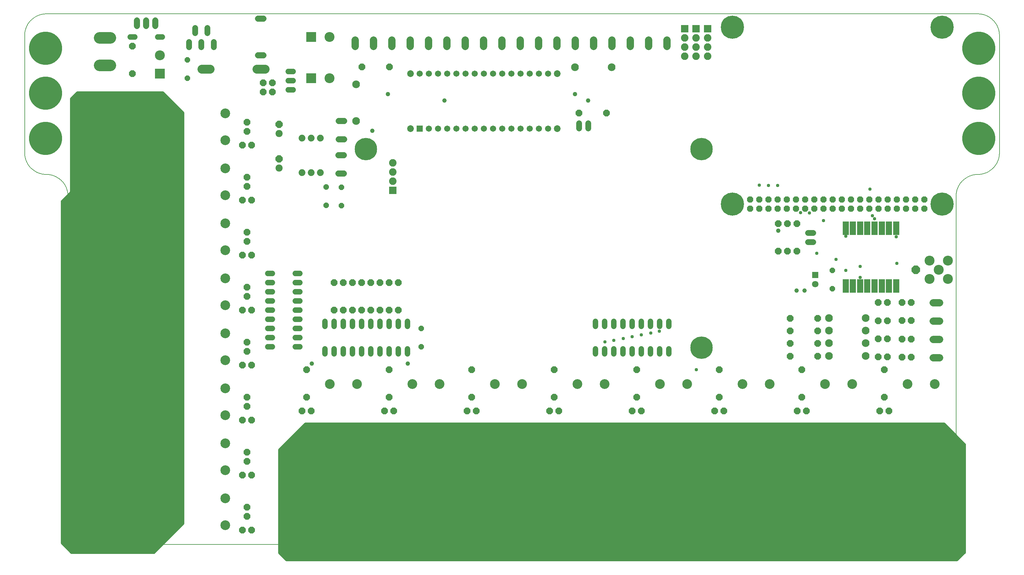
<source format=gbs>
G75*
%MOIN*%
%OFA0B0*%
%FSLAX25Y25*%
%IPPOS*%
%LPD*%
%AMOC8*
5,1,8,0,0,1.08239X$1,22.5*
%
%ADD10C,0.00600*%
%ADD11C,0.03200*%
%ADD12OC8,0.06000*%
%ADD13OC8,0.07800*%
%ADD14C,0.07800*%
%ADD15C,0.10800*%
%ADD16R,0.10800X0.10800*%
%ADD17R,0.07100X0.07100*%
%ADD18C,0.07100*%
%ADD19C,0.09650*%
%ADD20C,0.08400*%
%ADD21C,0.06000*%
%ADD22C,0.07400*%
%ADD23C,0.06800*%
%ADD24C,0.13398*%
%ADD25C,0.12611*%
%ADD26C,0.06343*%
%ADD27R,0.08200X0.08200*%
%ADD28C,0.08200*%
%ADD29C,0.06400*%
%ADD30OC8,0.07400*%
%ADD31OC8,0.09300*%
%ADD32R,0.06737X0.06737*%
%ADD33C,0.06737*%
%ADD34C,0.00000*%
%ADD35C,0.07300*%
%ADD36C,0.25209*%
%ADD37OC8,0.06800*%
%ADD38R,0.06706X0.14973*%
%ADD39C,0.10643*%
%ADD40C,0.07850*%
%ADD41C,0.03778*%
%ADD42C,0.04762*%
%ADD43C,0.36233*%
%ADD44C,0.24422*%
D10*
X0094504Y0039386D02*
X0094504Y0407496D01*
X0094497Y0408067D01*
X0094476Y0408637D01*
X0094442Y0409207D01*
X0094394Y0409776D01*
X0094332Y0410343D01*
X0094256Y0410909D01*
X0094167Y0411473D01*
X0094064Y0412034D01*
X0093947Y0412593D01*
X0093818Y0413149D01*
X0093674Y0413702D01*
X0093518Y0414251D01*
X0093348Y0414796D01*
X0093165Y0415336D01*
X0092969Y0415872D01*
X0092760Y0416404D01*
X0092538Y0416930D01*
X0092304Y0417450D01*
X0092057Y0417965D01*
X0091798Y0418474D01*
X0091527Y0418976D01*
X0091243Y0419471D01*
X0090948Y0419960D01*
X0090641Y0420441D01*
X0090323Y0420915D01*
X0089993Y0421381D01*
X0089652Y0421838D01*
X0089299Y0422288D01*
X0088937Y0422728D01*
X0088563Y0423160D01*
X0088180Y0423583D01*
X0087786Y0423996D01*
X0087382Y0424400D01*
X0086969Y0424794D01*
X0086546Y0425177D01*
X0086114Y0425551D01*
X0085674Y0425913D01*
X0085224Y0426266D01*
X0084767Y0426607D01*
X0084301Y0426937D01*
X0083827Y0427255D01*
X0083346Y0427562D01*
X0082857Y0427857D01*
X0082362Y0428141D01*
X0081860Y0428412D01*
X0081351Y0428671D01*
X0080836Y0428918D01*
X0080316Y0429152D01*
X0079790Y0429374D01*
X0079258Y0429583D01*
X0078722Y0429779D01*
X0078182Y0429962D01*
X0077637Y0430132D01*
X0077088Y0430288D01*
X0076535Y0430432D01*
X0075979Y0430561D01*
X0075420Y0430678D01*
X0074859Y0430781D01*
X0074295Y0430870D01*
X0073729Y0430946D01*
X0073162Y0431008D01*
X0072593Y0431056D01*
X0072023Y0431090D01*
X0071453Y0431111D01*
X0070882Y0431118D01*
X0070311Y0431125D01*
X0069741Y0431146D01*
X0069171Y0431180D01*
X0068602Y0431228D01*
X0068035Y0431290D01*
X0067469Y0431366D01*
X0066905Y0431455D01*
X0066344Y0431558D01*
X0065785Y0431675D01*
X0065229Y0431804D01*
X0064676Y0431948D01*
X0064127Y0432104D01*
X0063582Y0432274D01*
X0063042Y0432457D01*
X0062506Y0432653D01*
X0061974Y0432862D01*
X0061448Y0433084D01*
X0060928Y0433318D01*
X0060413Y0433565D01*
X0059904Y0433824D01*
X0059402Y0434095D01*
X0058907Y0434379D01*
X0058418Y0434674D01*
X0057937Y0434981D01*
X0057463Y0435299D01*
X0056997Y0435629D01*
X0056540Y0435970D01*
X0056090Y0436323D01*
X0055650Y0436685D01*
X0055218Y0437059D01*
X0054795Y0437442D01*
X0054382Y0437836D01*
X0053978Y0438240D01*
X0053584Y0438653D01*
X0053201Y0439076D01*
X0052827Y0439508D01*
X0052465Y0439948D01*
X0052112Y0440398D01*
X0051771Y0440855D01*
X0051441Y0441321D01*
X0051123Y0441795D01*
X0050816Y0442276D01*
X0050521Y0442765D01*
X0050237Y0443260D01*
X0049966Y0443762D01*
X0049707Y0444271D01*
X0049460Y0444786D01*
X0049226Y0445306D01*
X0049004Y0445832D01*
X0048795Y0446364D01*
X0048599Y0446900D01*
X0048416Y0447440D01*
X0048246Y0447985D01*
X0048090Y0448534D01*
X0047946Y0449087D01*
X0047817Y0449643D01*
X0047700Y0450202D01*
X0047597Y0450763D01*
X0047508Y0451327D01*
X0047432Y0451893D01*
X0047370Y0452460D01*
X0047322Y0453029D01*
X0047288Y0453599D01*
X0047267Y0454169D01*
X0047260Y0454740D01*
X0047260Y0582693D01*
X0047267Y0583264D01*
X0047288Y0583834D01*
X0047322Y0584404D01*
X0047370Y0584973D01*
X0047432Y0585540D01*
X0047508Y0586106D01*
X0047597Y0586670D01*
X0047700Y0587231D01*
X0047817Y0587790D01*
X0047946Y0588346D01*
X0048090Y0588899D01*
X0048246Y0589448D01*
X0048416Y0589993D01*
X0048599Y0590533D01*
X0048795Y0591069D01*
X0049004Y0591601D01*
X0049226Y0592127D01*
X0049460Y0592647D01*
X0049707Y0593162D01*
X0049966Y0593671D01*
X0050237Y0594173D01*
X0050521Y0594668D01*
X0050816Y0595157D01*
X0051123Y0595638D01*
X0051441Y0596112D01*
X0051771Y0596578D01*
X0052112Y0597035D01*
X0052465Y0597485D01*
X0052827Y0597925D01*
X0053201Y0598357D01*
X0053584Y0598780D01*
X0053978Y0599193D01*
X0054382Y0599597D01*
X0054795Y0599991D01*
X0055218Y0600374D01*
X0055650Y0600748D01*
X0056090Y0601110D01*
X0056540Y0601463D01*
X0056997Y0601804D01*
X0057463Y0602134D01*
X0057937Y0602452D01*
X0058418Y0602759D01*
X0058907Y0603054D01*
X0059402Y0603338D01*
X0059904Y0603609D01*
X0060413Y0603868D01*
X0060928Y0604115D01*
X0061448Y0604349D01*
X0061974Y0604571D01*
X0062506Y0604780D01*
X0063042Y0604976D01*
X0063582Y0605159D01*
X0064127Y0605329D01*
X0064676Y0605485D01*
X0065229Y0605629D01*
X0065785Y0605758D01*
X0066344Y0605875D01*
X0066905Y0605978D01*
X0067469Y0606067D01*
X0068035Y0606143D01*
X0068602Y0606205D01*
X0069171Y0606253D01*
X0069741Y0606287D01*
X0070311Y0606308D01*
X0070882Y0606315D01*
X1086630Y0606315D01*
X1087201Y0606308D01*
X1087771Y0606287D01*
X1088341Y0606253D01*
X1088910Y0606205D01*
X1089477Y0606143D01*
X1090043Y0606067D01*
X1090607Y0605978D01*
X1091168Y0605875D01*
X1091727Y0605758D01*
X1092283Y0605629D01*
X1092836Y0605485D01*
X1093385Y0605329D01*
X1093930Y0605159D01*
X1094470Y0604976D01*
X1095006Y0604780D01*
X1095538Y0604571D01*
X1096064Y0604349D01*
X1096584Y0604115D01*
X1097099Y0603868D01*
X1097608Y0603609D01*
X1098110Y0603338D01*
X1098605Y0603054D01*
X1099094Y0602759D01*
X1099575Y0602452D01*
X1100049Y0602134D01*
X1100515Y0601804D01*
X1100972Y0601463D01*
X1101422Y0601110D01*
X1101862Y0600748D01*
X1102294Y0600374D01*
X1102717Y0599991D01*
X1103130Y0599597D01*
X1103534Y0599193D01*
X1103928Y0598780D01*
X1104311Y0598357D01*
X1104685Y0597925D01*
X1105047Y0597485D01*
X1105400Y0597035D01*
X1105741Y0596578D01*
X1106071Y0596112D01*
X1106389Y0595638D01*
X1106696Y0595157D01*
X1106991Y0594668D01*
X1107275Y0594173D01*
X1107546Y0593671D01*
X1107805Y0593162D01*
X1108052Y0592647D01*
X1108286Y0592127D01*
X1108508Y0591601D01*
X1108717Y0591069D01*
X1108913Y0590533D01*
X1109096Y0589993D01*
X1109266Y0589448D01*
X1109422Y0588899D01*
X1109566Y0588346D01*
X1109695Y0587790D01*
X1109812Y0587231D01*
X1109915Y0586670D01*
X1110004Y0586106D01*
X1110080Y0585540D01*
X1110142Y0584973D01*
X1110190Y0584404D01*
X1110224Y0583834D01*
X1110245Y0583264D01*
X1110252Y0582693D01*
X1110252Y0454740D01*
X1110245Y0454169D01*
X1110224Y0453599D01*
X1110190Y0453029D01*
X1110142Y0452460D01*
X1110080Y0451893D01*
X1110004Y0451327D01*
X1109915Y0450763D01*
X1109812Y0450202D01*
X1109695Y0449643D01*
X1109566Y0449087D01*
X1109422Y0448534D01*
X1109266Y0447985D01*
X1109096Y0447440D01*
X1108913Y0446900D01*
X1108717Y0446364D01*
X1108508Y0445832D01*
X1108286Y0445306D01*
X1108052Y0444786D01*
X1107805Y0444271D01*
X1107546Y0443762D01*
X1107275Y0443260D01*
X1106991Y0442765D01*
X1106696Y0442276D01*
X1106389Y0441795D01*
X1106071Y0441321D01*
X1105741Y0440855D01*
X1105400Y0440398D01*
X1105047Y0439948D01*
X1104685Y0439508D01*
X1104311Y0439076D01*
X1103928Y0438653D01*
X1103534Y0438240D01*
X1103130Y0437836D01*
X1102717Y0437442D01*
X1102294Y0437059D01*
X1101862Y0436685D01*
X1101422Y0436323D01*
X1100972Y0435970D01*
X1100515Y0435629D01*
X1100049Y0435299D01*
X1099575Y0434981D01*
X1099094Y0434674D01*
X1098605Y0434379D01*
X1098110Y0434095D01*
X1097608Y0433824D01*
X1097099Y0433565D01*
X1096584Y0433318D01*
X1096064Y0433084D01*
X1095538Y0432862D01*
X1095006Y0432653D01*
X1094470Y0432457D01*
X1093930Y0432274D01*
X1093385Y0432104D01*
X1092836Y0431948D01*
X1092283Y0431804D01*
X1091727Y0431675D01*
X1091168Y0431558D01*
X1090607Y0431455D01*
X1090043Y0431366D01*
X1089477Y0431290D01*
X1088910Y0431228D01*
X1088341Y0431180D01*
X1087771Y0431146D01*
X1087201Y0431125D01*
X1086630Y0431118D01*
X1086059Y0431111D01*
X1085489Y0431090D01*
X1084919Y0431056D01*
X1084350Y0431008D01*
X1083783Y0430946D01*
X1083217Y0430870D01*
X1082653Y0430781D01*
X1082092Y0430678D01*
X1081533Y0430561D01*
X1080977Y0430432D01*
X1080424Y0430288D01*
X1079875Y0430132D01*
X1079330Y0429962D01*
X1078790Y0429779D01*
X1078254Y0429583D01*
X1077722Y0429374D01*
X1077196Y0429152D01*
X1076676Y0428918D01*
X1076161Y0428671D01*
X1075652Y0428412D01*
X1075150Y0428141D01*
X1074655Y0427857D01*
X1074166Y0427562D01*
X1073685Y0427255D01*
X1073211Y0426937D01*
X1072745Y0426607D01*
X1072288Y0426266D01*
X1071838Y0425913D01*
X1071398Y0425551D01*
X1070966Y0425177D01*
X1070543Y0424794D01*
X1070130Y0424400D01*
X1069726Y0423996D01*
X1069332Y0423583D01*
X1068949Y0423160D01*
X1068575Y0422728D01*
X1068213Y0422288D01*
X1067860Y0421838D01*
X1067519Y0421381D01*
X1067189Y0420915D01*
X1066871Y0420441D01*
X1066564Y0419960D01*
X1066269Y0419471D01*
X1065985Y0418976D01*
X1065714Y0418474D01*
X1065455Y0417965D01*
X1065208Y0417450D01*
X1064974Y0416930D01*
X1064752Y0416404D01*
X1064543Y0415872D01*
X1064347Y0415336D01*
X1064164Y0414796D01*
X1063994Y0414251D01*
X1063838Y0413702D01*
X1063694Y0413149D01*
X1063565Y0412593D01*
X1063448Y0412034D01*
X1063345Y0411473D01*
X1063256Y0410909D01*
X1063180Y0410343D01*
X1063118Y0409776D01*
X1063070Y0409207D01*
X1063036Y0408637D01*
X1063015Y0408067D01*
X1063008Y0407496D01*
X1063008Y0039386D01*
X1063005Y0039101D01*
X1062994Y0038815D01*
X1062977Y0038530D01*
X1062953Y0038246D01*
X1062922Y0037962D01*
X1062884Y0037679D01*
X1062839Y0037398D01*
X1062788Y0037117D01*
X1062730Y0036837D01*
X1062665Y0036559D01*
X1062593Y0036283D01*
X1062515Y0036009D01*
X1062430Y0035736D01*
X1062338Y0035466D01*
X1062240Y0035198D01*
X1062136Y0034932D01*
X1062025Y0034669D01*
X1061908Y0034409D01*
X1061785Y0034151D01*
X1061655Y0033897D01*
X1061519Y0033646D01*
X1061378Y0033398D01*
X1061230Y0033154D01*
X1061077Y0032913D01*
X1060917Y0032677D01*
X1060752Y0032444D01*
X1060582Y0032215D01*
X1060406Y0031990D01*
X1060224Y0031770D01*
X1060038Y0031554D01*
X1059846Y0031343D01*
X1059649Y0031136D01*
X1059447Y0030934D01*
X1059240Y0030737D01*
X1059029Y0030545D01*
X1058813Y0030359D01*
X1058593Y0030177D01*
X1058368Y0030001D01*
X1058139Y0029831D01*
X1057906Y0029666D01*
X1057670Y0029506D01*
X1057429Y0029353D01*
X1057185Y0029205D01*
X1056937Y0029064D01*
X1056686Y0028928D01*
X1056432Y0028798D01*
X1056174Y0028675D01*
X1055914Y0028558D01*
X1055651Y0028447D01*
X1055385Y0028343D01*
X1055117Y0028245D01*
X1054847Y0028153D01*
X1054574Y0028068D01*
X1054300Y0027990D01*
X1054024Y0027918D01*
X1053746Y0027853D01*
X1053466Y0027795D01*
X1053185Y0027744D01*
X1052904Y0027699D01*
X1052621Y0027661D01*
X1052337Y0027630D01*
X1052053Y0027606D01*
X1051768Y0027589D01*
X1051482Y0027578D01*
X1051197Y0027575D01*
X0106315Y0027575D01*
X0106030Y0027578D01*
X0105744Y0027589D01*
X0105459Y0027606D01*
X0105175Y0027630D01*
X0104891Y0027661D01*
X0104608Y0027699D01*
X0104327Y0027744D01*
X0104046Y0027795D01*
X0103766Y0027853D01*
X0103488Y0027918D01*
X0103212Y0027990D01*
X0102938Y0028068D01*
X0102665Y0028153D01*
X0102395Y0028245D01*
X0102127Y0028343D01*
X0101861Y0028447D01*
X0101598Y0028558D01*
X0101338Y0028675D01*
X0101080Y0028798D01*
X0100826Y0028928D01*
X0100575Y0029064D01*
X0100327Y0029205D01*
X0100083Y0029353D01*
X0099842Y0029506D01*
X0099606Y0029666D01*
X0099373Y0029831D01*
X0099144Y0030001D01*
X0098919Y0030177D01*
X0098699Y0030359D01*
X0098483Y0030545D01*
X0098272Y0030737D01*
X0098065Y0030934D01*
X0097863Y0031136D01*
X0097666Y0031343D01*
X0097474Y0031554D01*
X0097288Y0031770D01*
X0097106Y0031990D01*
X0096930Y0032215D01*
X0096760Y0032444D01*
X0096595Y0032677D01*
X0096435Y0032913D01*
X0096282Y0033154D01*
X0096134Y0033398D01*
X0095993Y0033646D01*
X0095857Y0033897D01*
X0095727Y0034151D01*
X0095604Y0034409D01*
X0095487Y0034669D01*
X0095376Y0034932D01*
X0095272Y0035198D01*
X0095174Y0035466D01*
X0095082Y0035736D01*
X0094997Y0036009D01*
X0094919Y0036283D01*
X0094847Y0036559D01*
X0094782Y0036837D01*
X0094724Y0037117D01*
X0094673Y0037398D01*
X0094628Y0037679D01*
X0094590Y0037962D01*
X0094559Y0038246D01*
X0094535Y0038530D01*
X0094518Y0038815D01*
X0094507Y0039101D01*
X0094504Y0039386D01*
D11*
X0088205Y0029150D02*
X0098441Y0018913D01*
X0188205Y0018913D01*
X0190567Y0021276D01*
X0219701Y0050409D01*
X0219701Y0498047D01*
X0202772Y0514976D01*
X0197654Y0520094D01*
X0105134Y0520094D01*
X0098441Y0513402D01*
X0098441Y0411827D01*
X0088205Y0401591D01*
X0088205Y0029150D01*
X0088205Y0030773D02*
X0200065Y0030773D01*
X0203263Y0033972D02*
X0088205Y0033972D01*
X0088205Y0037170D02*
X0206462Y0037170D01*
X0209660Y0040369D02*
X0088205Y0040369D01*
X0088205Y0043567D02*
X0212859Y0043567D01*
X0216057Y0046766D02*
X0088205Y0046766D01*
X0088205Y0049964D02*
X0219256Y0049964D01*
X0219701Y0053163D02*
X0088205Y0053163D01*
X0088205Y0056361D02*
X0219701Y0056361D01*
X0219701Y0059560D02*
X0088205Y0059560D01*
X0088205Y0062758D02*
X0219701Y0062758D01*
X0219701Y0065957D02*
X0088205Y0065957D01*
X0088205Y0069155D02*
X0219701Y0069155D01*
X0219701Y0072354D02*
X0088205Y0072354D01*
X0088205Y0075552D02*
X0219701Y0075552D01*
X0219701Y0078751D02*
X0088205Y0078751D01*
X0088205Y0081949D02*
X0219701Y0081949D01*
X0219701Y0085148D02*
X0088205Y0085148D01*
X0088205Y0088347D02*
X0219701Y0088347D01*
X0219701Y0091545D02*
X0088205Y0091545D01*
X0088205Y0094744D02*
X0219701Y0094744D01*
X0219701Y0097942D02*
X0088205Y0097942D01*
X0088205Y0101141D02*
X0219701Y0101141D01*
X0219701Y0104339D02*
X0088205Y0104339D01*
X0088205Y0107538D02*
X0219701Y0107538D01*
X0219701Y0110736D02*
X0088205Y0110736D01*
X0088205Y0113935D02*
X0219701Y0113935D01*
X0219701Y0117133D02*
X0088205Y0117133D01*
X0088205Y0120332D02*
X0219701Y0120332D01*
X0219701Y0123530D02*
X0088205Y0123530D01*
X0088205Y0126729D02*
X0219701Y0126729D01*
X0219701Y0129927D02*
X0088205Y0129927D01*
X0088205Y0133126D02*
X0219701Y0133126D01*
X0219701Y0136324D02*
X0088205Y0136324D01*
X0088205Y0139523D02*
X0219701Y0139523D01*
X0219701Y0142721D02*
X0088205Y0142721D01*
X0088205Y0145920D02*
X0219701Y0145920D01*
X0219701Y0149118D02*
X0088205Y0149118D01*
X0088205Y0152317D02*
X0219701Y0152317D01*
X0219701Y0155515D02*
X0088205Y0155515D01*
X0088205Y0158714D02*
X0219701Y0158714D01*
X0219701Y0161912D02*
X0088205Y0161912D01*
X0088205Y0165111D02*
X0219701Y0165111D01*
X0219701Y0168309D02*
X0088205Y0168309D01*
X0088205Y0171508D02*
X0219701Y0171508D01*
X0219701Y0174706D02*
X0088205Y0174706D01*
X0088205Y0177905D02*
X0219701Y0177905D01*
X0219701Y0181103D02*
X0088205Y0181103D01*
X0088205Y0184302D02*
X0219701Y0184302D01*
X0219701Y0187500D02*
X0088205Y0187500D01*
X0088205Y0190699D02*
X0219701Y0190699D01*
X0219701Y0193897D02*
X0088205Y0193897D01*
X0088205Y0197096D02*
X0219701Y0197096D01*
X0219701Y0200294D02*
X0088205Y0200294D01*
X0088205Y0203493D02*
X0219701Y0203493D01*
X0219701Y0206691D02*
X0088205Y0206691D01*
X0088205Y0209890D02*
X0219701Y0209890D01*
X0219701Y0213088D02*
X0088205Y0213088D01*
X0088205Y0216287D02*
X0219701Y0216287D01*
X0219701Y0219485D02*
X0088205Y0219485D01*
X0088205Y0222684D02*
X0219701Y0222684D01*
X0219701Y0225883D02*
X0088205Y0225883D01*
X0088205Y0229081D02*
X0219701Y0229081D01*
X0219701Y0232280D02*
X0088205Y0232280D01*
X0088205Y0235478D02*
X0219701Y0235478D01*
X0219701Y0238677D02*
X0088205Y0238677D01*
X0088205Y0241875D02*
X0219701Y0241875D01*
X0219701Y0245074D02*
X0088205Y0245074D01*
X0088205Y0248272D02*
X0219701Y0248272D01*
X0219701Y0251471D02*
X0088205Y0251471D01*
X0088205Y0254669D02*
X0219701Y0254669D01*
X0219701Y0257868D02*
X0088205Y0257868D01*
X0088205Y0261066D02*
X0219701Y0261066D01*
X0219701Y0264265D02*
X0088205Y0264265D01*
X0088205Y0267463D02*
X0219701Y0267463D01*
X0219701Y0270662D02*
X0088205Y0270662D01*
X0088205Y0273860D02*
X0219701Y0273860D01*
X0219701Y0277059D02*
X0088205Y0277059D01*
X0088205Y0280257D02*
X0219701Y0280257D01*
X0219701Y0283456D02*
X0088205Y0283456D01*
X0088205Y0286654D02*
X0219701Y0286654D01*
X0219701Y0289853D02*
X0088205Y0289853D01*
X0088205Y0293051D02*
X0219701Y0293051D01*
X0219701Y0296250D02*
X0088205Y0296250D01*
X0088205Y0299448D02*
X0219701Y0299448D01*
X0219701Y0302647D02*
X0088205Y0302647D01*
X0088205Y0305845D02*
X0219701Y0305845D01*
X0219701Y0309044D02*
X0088205Y0309044D01*
X0088205Y0312242D02*
X0219701Y0312242D01*
X0219701Y0315441D02*
X0088205Y0315441D01*
X0088205Y0318639D02*
X0219701Y0318639D01*
X0219701Y0321838D02*
X0088205Y0321838D01*
X0088205Y0325036D02*
X0219701Y0325036D01*
X0219701Y0328235D02*
X0088205Y0328235D01*
X0088205Y0331433D02*
X0219701Y0331433D01*
X0219701Y0334632D02*
X0088205Y0334632D01*
X0088205Y0337830D02*
X0219701Y0337830D01*
X0219701Y0341029D02*
X0088205Y0341029D01*
X0088205Y0344227D02*
X0219701Y0344227D01*
X0219701Y0347426D02*
X0088205Y0347426D01*
X0088205Y0350624D02*
X0219701Y0350624D01*
X0219701Y0353823D02*
X0088205Y0353823D01*
X0088205Y0357021D02*
X0219701Y0357021D01*
X0219701Y0360220D02*
X0088205Y0360220D01*
X0088205Y0363418D02*
X0219701Y0363418D01*
X0219701Y0366617D02*
X0088205Y0366617D01*
X0088205Y0369816D02*
X0219701Y0369816D01*
X0219701Y0373014D02*
X0088205Y0373014D01*
X0088205Y0376213D02*
X0219701Y0376213D01*
X0219701Y0379411D02*
X0088205Y0379411D01*
X0088205Y0382610D02*
X0219701Y0382610D01*
X0219701Y0385808D02*
X0088205Y0385808D01*
X0088205Y0389007D02*
X0219701Y0389007D01*
X0219701Y0392205D02*
X0088205Y0392205D01*
X0088205Y0395404D02*
X0219701Y0395404D01*
X0219701Y0398602D02*
X0088205Y0398602D01*
X0088415Y0401801D02*
X0219701Y0401801D01*
X0219701Y0404999D02*
X0091613Y0404999D01*
X0094812Y0408198D02*
X0219701Y0408198D01*
X0219701Y0411396D02*
X0098010Y0411396D01*
X0098441Y0414595D02*
X0219701Y0414595D01*
X0219701Y0417793D02*
X0098441Y0417793D01*
X0098441Y0420992D02*
X0219701Y0420992D01*
X0219701Y0424190D02*
X0098441Y0424190D01*
X0098441Y0427389D02*
X0219701Y0427389D01*
X0219701Y0430587D02*
X0098441Y0430587D01*
X0098441Y0433786D02*
X0219701Y0433786D01*
X0219701Y0436984D02*
X0098441Y0436984D01*
X0098441Y0440183D02*
X0219701Y0440183D01*
X0219701Y0443381D02*
X0098441Y0443381D01*
X0098441Y0446580D02*
X0219701Y0446580D01*
X0219701Y0449778D02*
X0098441Y0449778D01*
X0098441Y0452977D02*
X0219701Y0452977D01*
X0219701Y0456175D02*
X0098441Y0456175D01*
X0098441Y0459374D02*
X0219701Y0459374D01*
X0219701Y0462572D02*
X0098441Y0462572D01*
X0098441Y0465771D02*
X0219701Y0465771D01*
X0219701Y0468969D02*
X0098441Y0468969D01*
X0098441Y0472168D02*
X0219701Y0472168D01*
X0219701Y0475366D02*
X0098441Y0475366D01*
X0098441Y0478565D02*
X0219701Y0478565D01*
X0219701Y0481763D02*
X0098441Y0481763D01*
X0098441Y0484962D02*
X0219701Y0484962D01*
X0219701Y0488160D02*
X0098441Y0488160D01*
X0098441Y0491359D02*
X0219701Y0491359D01*
X0219701Y0494557D02*
X0098441Y0494557D01*
X0098441Y0497756D02*
X0219701Y0497756D01*
X0216794Y0500954D02*
X0098441Y0500954D01*
X0098441Y0504153D02*
X0213595Y0504153D01*
X0210397Y0507352D02*
X0098441Y0507352D01*
X0098441Y0510550D02*
X0207198Y0510550D01*
X0204000Y0513749D02*
X0098788Y0513749D01*
X0101986Y0516947D02*
X0200801Y0516947D01*
X0353559Y0158677D02*
X1049622Y0158677D01*
X1062220Y0146079D01*
X1072063Y0136236D01*
X1072063Y0018913D01*
X1063795Y0010646D01*
X0333087Y0010646D01*
X0325213Y0018520D01*
X0325213Y0130331D01*
X0339386Y0144504D01*
X0353559Y0158677D01*
X0350397Y0155515D02*
X1052784Y0155515D01*
X1055982Y0152317D02*
X0347199Y0152317D01*
X0344000Y0149118D02*
X1059181Y0149118D01*
X1062379Y0145920D02*
X0340802Y0145920D01*
X0337603Y0142721D02*
X1065578Y0142721D01*
X1068777Y0139523D02*
X0334405Y0139523D01*
X0331206Y0136324D02*
X1071975Y0136324D01*
X1072063Y0133126D02*
X0328008Y0133126D01*
X0325213Y0129927D02*
X1072063Y0129927D01*
X1072063Y0126729D02*
X0325213Y0126729D01*
X0325213Y0123530D02*
X1072063Y0123530D01*
X1072063Y0120332D02*
X0325213Y0120332D01*
X0325213Y0117133D02*
X1072063Y0117133D01*
X1072063Y0113935D02*
X0325213Y0113935D01*
X0325213Y0110736D02*
X1072063Y0110736D01*
X1072063Y0107538D02*
X0325213Y0107538D01*
X0325213Y0104339D02*
X1072063Y0104339D01*
X1072063Y0101141D02*
X0325213Y0101141D01*
X0325213Y0097942D02*
X1072063Y0097942D01*
X1072063Y0094744D02*
X0325213Y0094744D01*
X0325213Y0091545D02*
X1072063Y0091545D01*
X1072063Y0088347D02*
X0325213Y0088347D01*
X0325213Y0085148D02*
X1072063Y0085148D01*
X1072063Y0081949D02*
X0325213Y0081949D01*
X0325213Y0078751D02*
X1072063Y0078751D01*
X1072063Y0075552D02*
X0325213Y0075552D01*
X0325213Y0072354D02*
X1072063Y0072354D01*
X1072063Y0069155D02*
X0325213Y0069155D01*
X0325213Y0065957D02*
X1072063Y0065957D01*
X1072063Y0062758D02*
X0325213Y0062758D01*
X0325213Y0059560D02*
X1072063Y0059560D01*
X1072063Y0056361D02*
X0325213Y0056361D01*
X0325213Y0053163D02*
X1072063Y0053163D01*
X1072063Y0049964D02*
X0325213Y0049964D01*
X0325213Y0046766D02*
X1072063Y0046766D01*
X1072063Y0043567D02*
X0325213Y0043567D01*
X0325213Y0040369D02*
X1072063Y0040369D01*
X1072063Y0037170D02*
X0325213Y0037170D01*
X0325213Y0033972D02*
X1072063Y0033972D01*
X1072063Y0030773D02*
X0325213Y0030773D01*
X0325213Y0027575D02*
X1072063Y0027575D01*
X1072063Y0024376D02*
X0325213Y0024376D01*
X0325213Y0021178D02*
X1072063Y0021178D01*
X1071129Y0017979D02*
X0325753Y0017979D01*
X0328952Y0014781D02*
X1067930Y0014781D01*
X1064732Y0011582D02*
X0332150Y0011582D01*
X0196866Y0027575D02*
X0089780Y0027575D01*
X0092978Y0024376D02*
X0193668Y0024376D01*
X0190469Y0021178D02*
X0096177Y0021178D01*
D12*
X0479819Y0243165D03*
X0479819Y0263165D03*
X0392635Y0397217D03*
X0376113Y0397537D03*
X0376113Y0417537D03*
X0392635Y0417217D03*
X0224819Y0536039D03*
X0224819Y0556039D03*
X0928087Y0326315D03*
X0928087Y0306315D03*
D13*
X0324819Y0448165D03*
X0324819Y0485665D03*
D14*
X0324819Y0475665D03*
X0324819Y0438165D03*
D15*
X0379819Y0536039D03*
X0379819Y0581039D03*
X0194819Y0561039D03*
X1034130Y0337102D03*
X1044130Y0327102D03*
X1054130Y0337102D03*
X1054130Y0317102D03*
X1034130Y0317102D03*
D16*
X0359819Y0536039D03*
X0359819Y0581039D03*
X0194819Y0541039D03*
D17*
X0909465Y0321315D03*
D18*
X0909465Y0311315D03*
D19*
X0309244Y0546039D02*
X0300394Y0546039D01*
X0249244Y0546039D02*
X0240394Y0546039D01*
D20*
X0408818Y0529486D03*
X0408818Y0489486D03*
X0647260Y0548165D03*
X0687260Y0548165D03*
X0924425Y0274543D03*
X0924425Y0260764D03*
X0924425Y0246984D03*
X0924425Y0233205D03*
X0964425Y0233205D03*
X0964425Y0246984D03*
X0964425Y0260764D03*
X0964425Y0274543D03*
D21*
X0749819Y0270765D02*
X0749819Y0265565D01*
X0739819Y0265565D02*
X0739819Y0270765D01*
X0729819Y0270765D02*
X0729819Y0265565D01*
X0719819Y0265565D02*
X0719819Y0270765D01*
X0709819Y0270765D02*
X0709819Y0265565D01*
X0699819Y0265565D02*
X0699819Y0270765D01*
X0689819Y0270765D02*
X0689819Y0265565D01*
X0679819Y0265565D02*
X0679819Y0270765D01*
X0669819Y0270765D02*
X0669819Y0265565D01*
X0669819Y0240765D02*
X0669819Y0235565D01*
X0679819Y0235565D02*
X0679819Y0240765D01*
X0689819Y0240765D02*
X0689819Y0235565D01*
X0699819Y0235565D02*
X0699819Y0240765D01*
X0709819Y0240765D02*
X0709819Y0235565D01*
X0719819Y0235565D02*
X0719819Y0240765D01*
X0729819Y0240765D02*
X0729819Y0235565D01*
X0739819Y0235565D02*
X0739819Y0240765D01*
X0749819Y0240765D02*
X0749819Y0235565D01*
X0464819Y0235565D02*
X0464819Y0240765D01*
X0454819Y0240765D02*
X0454819Y0235565D01*
X0444819Y0235565D02*
X0444819Y0240765D01*
X0434819Y0240765D02*
X0434819Y0235565D01*
X0424819Y0235565D02*
X0424819Y0240765D01*
X0414819Y0240765D02*
X0414819Y0235565D01*
X0404819Y0235565D02*
X0404819Y0240765D01*
X0394819Y0240765D02*
X0394819Y0235565D01*
X0384819Y0235565D02*
X0384819Y0240765D01*
X0374819Y0240765D02*
X0374819Y0235565D01*
X0347419Y0243165D02*
X0342219Y0243165D01*
X0342219Y0253165D02*
X0347419Y0253165D01*
X0347419Y0263165D02*
X0342219Y0263165D01*
X0342219Y0273165D02*
X0347419Y0273165D01*
X0347419Y0283165D02*
X0342219Y0283165D01*
X0342219Y0293165D02*
X0347419Y0293165D01*
X0347419Y0303165D02*
X0342219Y0303165D01*
X0342219Y0313165D02*
X0347419Y0313165D01*
X0347419Y0323165D02*
X0342219Y0323165D01*
X0317419Y0323165D02*
X0312219Y0323165D01*
X0312219Y0313165D02*
X0317419Y0313165D01*
X0317419Y0303165D02*
X0312219Y0303165D01*
X0312219Y0293165D02*
X0317419Y0293165D01*
X0317419Y0283165D02*
X0312219Y0283165D01*
X0312219Y0273165D02*
X0317419Y0273165D01*
X0317419Y0263165D02*
X0312219Y0263165D01*
X0312219Y0253165D02*
X0317419Y0253165D01*
X0317419Y0243165D02*
X0312219Y0243165D01*
X0374819Y0265565D02*
X0374819Y0270765D01*
X0384819Y0270765D02*
X0384819Y0265565D01*
X0394819Y0265565D02*
X0394819Y0270765D01*
X0404819Y0270765D02*
X0404819Y0265565D01*
X0414819Y0265565D02*
X0414819Y0270765D01*
X0424819Y0270765D02*
X0424819Y0265565D01*
X0434819Y0265565D02*
X0434819Y0270765D01*
X0444819Y0270765D02*
X0444819Y0265565D01*
X0454819Y0265565D02*
X0454819Y0270765D01*
X0464819Y0270765D02*
X0464819Y0265565D01*
X0339919Y0523539D02*
X0334719Y0523539D01*
X0334719Y0533539D02*
X0339919Y0533539D01*
X0339919Y0543539D02*
X0334719Y0543539D01*
X0197419Y0581039D02*
X0192219Y0581039D01*
X0167419Y0581039D02*
X0162219Y0581039D01*
D22*
X0349819Y0470665D03*
X0359819Y0470665D03*
X0369819Y0470665D03*
X0369819Y0433165D03*
X0359819Y0433165D03*
X0349819Y0433165D03*
D23*
X0389492Y0432021D02*
X0395492Y0432021D01*
X0395492Y0452021D02*
X0389492Y0452021D01*
X0389545Y0469592D02*
X0395545Y0469592D01*
X0395545Y0489592D02*
X0389545Y0489592D01*
X0307819Y0561039D02*
X0301819Y0561039D01*
X0301819Y0601039D02*
X0307819Y0601039D01*
X0189819Y0599039D02*
X0189819Y0593039D01*
X0179819Y0593039D02*
X0179819Y0599039D01*
X0169819Y0599039D02*
X0169819Y0593039D01*
D24*
X0141118Y0498165D02*
X0128520Y0498165D01*
X0128520Y0468165D02*
X0141118Y0468165D01*
X0141118Y0438165D02*
X0128520Y0438165D01*
X0128520Y0408165D02*
X0141118Y0408165D01*
X0141118Y0378165D02*
X0128520Y0378165D01*
X0128520Y0348165D02*
X0141118Y0348165D01*
X0141118Y0318165D02*
X0128520Y0318165D01*
X0128520Y0288165D02*
X0141118Y0288165D01*
X0141118Y0258165D02*
X0128520Y0258165D01*
X0128520Y0228165D02*
X0141118Y0228165D01*
X0141118Y0198165D02*
X0128520Y0198165D01*
X0128520Y0168165D02*
X0141118Y0168165D01*
X0141118Y0138165D02*
X0128520Y0138165D01*
X0128520Y0108165D02*
X0141118Y0108165D01*
X0141118Y0078165D02*
X0128520Y0078165D01*
X0128520Y0048165D02*
X0141118Y0048165D01*
X0339819Y0061866D02*
X0339819Y0074465D01*
X0369819Y0074465D02*
X0369819Y0061866D01*
X0399819Y0061866D02*
X0399819Y0074465D01*
X0429819Y0074465D02*
X0429819Y0061866D01*
X0459819Y0061866D02*
X0459819Y0074465D01*
X0489819Y0074465D02*
X0489819Y0061866D01*
X0519819Y0061866D02*
X0519819Y0074465D01*
X0549819Y0074465D02*
X0549819Y0061866D01*
X0579819Y0061866D02*
X0579819Y0074465D01*
X0609819Y0074465D02*
X0609819Y0061866D01*
X0639819Y0061866D02*
X0639819Y0074465D01*
X0669819Y0074465D02*
X0669819Y0061866D01*
X0699819Y0061866D02*
X0699819Y0074465D01*
X0729819Y0074465D02*
X0729819Y0061866D01*
X0759819Y0061866D02*
X0759819Y0074465D01*
X0789819Y0074465D02*
X0789819Y0061866D01*
X0819819Y0061866D02*
X0819819Y0074465D01*
X0849819Y0074465D02*
X0849819Y0061866D01*
X0879819Y0061866D02*
X0879819Y0074465D01*
X0909819Y0074465D02*
X0909819Y0061866D01*
X0939819Y0061866D02*
X0939819Y0074465D01*
X0969819Y0074465D02*
X0969819Y0061866D01*
X0999819Y0061866D02*
X0999819Y0074465D01*
X1029819Y0074465D02*
X1029819Y0061866D01*
D25*
X0140724Y0550134D02*
X0128913Y0550134D01*
X0128913Y0580134D02*
X0140724Y0580134D01*
D26*
X0226433Y0575740D02*
X0226433Y0570197D01*
X0239819Y0570197D02*
X0239819Y0575740D01*
X0246512Y0585551D02*
X0246512Y0591094D01*
X0233126Y0591094D02*
X0233126Y0585551D01*
X0253205Y0575740D02*
X0253205Y0570197D01*
D27*
X0448827Y0413827D03*
X0766984Y0590134D03*
X0779484Y0590134D03*
X0791984Y0590134D03*
D28*
X0791984Y0580134D03*
X0791984Y0570134D03*
X0779484Y0570134D03*
X0779484Y0580134D03*
X0766984Y0580134D03*
X0766984Y0570134D03*
X0766984Y0560134D03*
X0779484Y0560134D03*
X0791984Y0560134D03*
X0448827Y0443827D03*
X0448827Y0433827D03*
X0448827Y0423827D03*
D29*
X0651709Y0481468D02*
X0651709Y0487068D01*
X0661709Y0487068D02*
X0661709Y0481468D01*
X0901460Y0367407D02*
X0907060Y0367407D01*
X0907060Y0357407D02*
X0901460Y0357407D01*
D30*
X0889228Y0347407D03*
X0879071Y0347407D03*
X0868913Y0347407D03*
X0868913Y0377407D03*
X0879071Y0377407D03*
X0889228Y0377407D03*
X0978087Y0291342D03*
X0988087Y0291342D03*
X1004110Y0291472D03*
X1014110Y0291472D03*
X1014110Y0271787D03*
X1004110Y0271787D03*
X0988087Y0271566D03*
X0978087Y0271566D03*
X0978087Y0251789D03*
X0988087Y0251789D03*
X1004110Y0251512D03*
X1014110Y0251512D03*
X1014110Y0231827D03*
X1004110Y0231827D03*
X0988087Y0232012D03*
X0978087Y0232012D03*
X0984819Y0218165D03*
X0984819Y0188165D03*
X0989819Y0173165D03*
X0979819Y0173165D03*
X0899819Y0173165D03*
X0889819Y0173165D03*
X0894819Y0188165D03*
X0894819Y0218165D03*
X0882142Y0232850D03*
X0882142Y0246630D03*
X0882142Y0260409D03*
X0882142Y0274189D03*
X0912142Y0274189D03*
X0912142Y0260409D03*
X0912142Y0246630D03*
X0912142Y0232850D03*
X0804819Y0218165D03*
X0804819Y0188165D03*
X0809819Y0173165D03*
X0799819Y0173165D03*
X0719819Y0173165D03*
X0709819Y0173165D03*
X0714819Y0188165D03*
X0714819Y0218165D03*
X0629819Y0173165D03*
X0619819Y0173165D03*
X0624819Y0188165D03*
X0624819Y0218165D03*
X0534819Y0218165D03*
X0534819Y0188165D03*
X0539819Y0173165D03*
X0529819Y0173165D03*
X0449819Y0173165D03*
X0439819Y0173165D03*
X0444819Y0188165D03*
X0444819Y0218165D03*
X0354819Y0218165D03*
X0354819Y0188165D03*
X0359819Y0173165D03*
X0349819Y0173165D03*
X0294819Y0163165D03*
X0284819Y0163165D03*
X0289819Y0178165D03*
X0289819Y0188165D03*
X0294819Y0223165D03*
X0284819Y0223165D03*
X0289819Y0238165D03*
X0289819Y0248165D03*
X0294819Y0283165D03*
X0284819Y0283165D03*
X0289819Y0298165D03*
X0289819Y0308165D03*
X0294819Y0343165D03*
X0284819Y0343165D03*
X0289819Y0358165D03*
X0289819Y0368165D03*
X0294819Y0403165D03*
X0284819Y0403165D03*
X0289819Y0418165D03*
X0289819Y0428165D03*
X0294819Y0463165D03*
X0284819Y0463165D03*
X0289819Y0478165D03*
X0289819Y0488165D03*
X0307319Y0521039D03*
X0317319Y0521039D03*
X0317319Y0531039D03*
X0307319Y0531039D03*
X0415016Y0548441D03*
X0445016Y0548441D03*
X0651551Y0498047D03*
X0681551Y0498047D03*
X0454819Y0313165D03*
X0444819Y0313165D03*
X0434819Y0313165D03*
X0424819Y0313165D03*
X0414819Y0313165D03*
X0404819Y0313165D03*
X0394819Y0313165D03*
X0384819Y0313165D03*
X0384819Y0283165D03*
X0394819Y0283165D03*
X0404819Y0283165D03*
X0414819Y0283165D03*
X0424819Y0283165D03*
X0434819Y0283165D03*
X0444819Y0283165D03*
X0454819Y0283165D03*
X0289819Y0128165D03*
X0289819Y0118165D03*
X0294819Y0103165D03*
X0284819Y0103165D03*
X0289819Y0068165D03*
X0289819Y0058165D03*
X0294819Y0043165D03*
X0284819Y0043165D03*
X0164819Y0541039D03*
X0164819Y0571039D03*
D31*
X1019031Y0327165D03*
D32*
X0477969Y0481157D03*
D33*
X0487969Y0481157D03*
X0497969Y0481157D03*
X0507969Y0481157D03*
X0517969Y0481157D03*
X0527969Y0481157D03*
X0537969Y0481157D03*
X0547969Y0481157D03*
X0557969Y0481157D03*
X0567969Y0481157D03*
X0577969Y0481157D03*
X0587969Y0481157D03*
X0597969Y0481157D03*
X0607969Y0481157D03*
X0617969Y0481157D03*
X0617969Y0541157D03*
X0607969Y0541157D03*
X0597969Y0541157D03*
X0587969Y0541157D03*
X0577969Y0541157D03*
X0567969Y0541157D03*
X0557969Y0541157D03*
X0547969Y0541157D03*
X0537969Y0541157D03*
X0527969Y0541157D03*
X0517969Y0541157D03*
X0507969Y0541157D03*
X0497969Y0541157D03*
X0487969Y0541157D03*
X0477969Y0541157D03*
D34*
X0464719Y0541157D02*
X0464721Y0541270D01*
X0464727Y0541384D01*
X0464737Y0541497D01*
X0464751Y0541609D01*
X0464768Y0541721D01*
X0464790Y0541833D01*
X0464816Y0541943D01*
X0464845Y0542053D01*
X0464878Y0542161D01*
X0464915Y0542269D01*
X0464956Y0542374D01*
X0465000Y0542479D01*
X0465048Y0542582D01*
X0465099Y0542683D01*
X0465154Y0542782D01*
X0465213Y0542879D01*
X0465275Y0542974D01*
X0465340Y0543067D01*
X0465408Y0543158D01*
X0465479Y0543246D01*
X0465554Y0543332D01*
X0465631Y0543415D01*
X0465711Y0543495D01*
X0465794Y0543572D01*
X0465880Y0543647D01*
X0465968Y0543718D01*
X0466059Y0543786D01*
X0466152Y0543851D01*
X0466247Y0543913D01*
X0466344Y0543972D01*
X0466443Y0544027D01*
X0466544Y0544078D01*
X0466647Y0544126D01*
X0466752Y0544170D01*
X0466857Y0544211D01*
X0466965Y0544248D01*
X0467073Y0544281D01*
X0467183Y0544310D01*
X0467293Y0544336D01*
X0467405Y0544358D01*
X0467517Y0544375D01*
X0467629Y0544389D01*
X0467742Y0544399D01*
X0467856Y0544405D01*
X0467969Y0544407D01*
X0468082Y0544405D01*
X0468196Y0544399D01*
X0468309Y0544389D01*
X0468421Y0544375D01*
X0468533Y0544358D01*
X0468645Y0544336D01*
X0468755Y0544310D01*
X0468865Y0544281D01*
X0468973Y0544248D01*
X0469081Y0544211D01*
X0469186Y0544170D01*
X0469291Y0544126D01*
X0469394Y0544078D01*
X0469495Y0544027D01*
X0469594Y0543972D01*
X0469691Y0543913D01*
X0469786Y0543851D01*
X0469879Y0543786D01*
X0469970Y0543718D01*
X0470058Y0543647D01*
X0470144Y0543572D01*
X0470227Y0543495D01*
X0470307Y0543415D01*
X0470384Y0543332D01*
X0470459Y0543246D01*
X0470530Y0543158D01*
X0470598Y0543067D01*
X0470663Y0542974D01*
X0470725Y0542879D01*
X0470784Y0542782D01*
X0470839Y0542683D01*
X0470890Y0542582D01*
X0470938Y0542479D01*
X0470982Y0542374D01*
X0471023Y0542269D01*
X0471060Y0542161D01*
X0471093Y0542053D01*
X0471122Y0541943D01*
X0471148Y0541833D01*
X0471170Y0541721D01*
X0471187Y0541609D01*
X0471201Y0541497D01*
X0471211Y0541384D01*
X0471217Y0541270D01*
X0471219Y0541157D01*
X0471217Y0541044D01*
X0471211Y0540930D01*
X0471201Y0540817D01*
X0471187Y0540705D01*
X0471170Y0540593D01*
X0471148Y0540481D01*
X0471122Y0540371D01*
X0471093Y0540261D01*
X0471060Y0540153D01*
X0471023Y0540045D01*
X0470982Y0539940D01*
X0470938Y0539835D01*
X0470890Y0539732D01*
X0470839Y0539631D01*
X0470784Y0539532D01*
X0470725Y0539435D01*
X0470663Y0539340D01*
X0470598Y0539247D01*
X0470530Y0539156D01*
X0470459Y0539068D01*
X0470384Y0538982D01*
X0470307Y0538899D01*
X0470227Y0538819D01*
X0470144Y0538742D01*
X0470058Y0538667D01*
X0469970Y0538596D01*
X0469879Y0538528D01*
X0469786Y0538463D01*
X0469691Y0538401D01*
X0469594Y0538342D01*
X0469495Y0538287D01*
X0469394Y0538236D01*
X0469291Y0538188D01*
X0469186Y0538144D01*
X0469081Y0538103D01*
X0468973Y0538066D01*
X0468865Y0538033D01*
X0468755Y0538004D01*
X0468645Y0537978D01*
X0468533Y0537956D01*
X0468421Y0537939D01*
X0468309Y0537925D01*
X0468196Y0537915D01*
X0468082Y0537909D01*
X0467969Y0537907D01*
X0467856Y0537909D01*
X0467742Y0537915D01*
X0467629Y0537925D01*
X0467517Y0537939D01*
X0467405Y0537956D01*
X0467293Y0537978D01*
X0467183Y0538004D01*
X0467073Y0538033D01*
X0466965Y0538066D01*
X0466857Y0538103D01*
X0466752Y0538144D01*
X0466647Y0538188D01*
X0466544Y0538236D01*
X0466443Y0538287D01*
X0466344Y0538342D01*
X0466247Y0538401D01*
X0466152Y0538463D01*
X0466059Y0538528D01*
X0465968Y0538596D01*
X0465880Y0538667D01*
X0465794Y0538742D01*
X0465711Y0538819D01*
X0465631Y0538899D01*
X0465554Y0538982D01*
X0465479Y0539068D01*
X0465408Y0539156D01*
X0465340Y0539247D01*
X0465275Y0539340D01*
X0465213Y0539435D01*
X0465154Y0539532D01*
X0465099Y0539631D01*
X0465048Y0539732D01*
X0465000Y0539835D01*
X0464956Y0539940D01*
X0464915Y0540045D01*
X0464878Y0540153D01*
X0464845Y0540261D01*
X0464816Y0540371D01*
X0464790Y0540481D01*
X0464768Y0540593D01*
X0464751Y0540705D01*
X0464737Y0540817D01*
X0464727Y0540930D01*
X0464721Y0541044D01*
X0464719Y0541157D01*
X0464719Y0481157D02*
X0464721Y0481270D01*
X0464727Y0481384D01*
X0464737Y0481497D01*
X0464751Y0481609D01*
X0464768Y0481721D01*
X0464790Y0481833D01*
X0464816Y0481943D01*
X0464845Y0482053D01*
X0464878Y0482161D01*
X0464915Y0482269D01*
X0464956Y0482374D01*
X0465000Y0482479D01*
X0465048Y0482582D01*
X0465099Y0482683D01*
X0465154Y0482782D01*
X0465213Y0482879D01*
X0465275Y0482974D01*
X0465340Y0483067D01*
X0465408Y0483158D01*
X0465479Y0483246D01*
X0465554Y0483332D01*
X0465631Y0483415D01*
X0465711Y0483495D01*
X0465794Y0483572D01*
X0465880Y0483647D01*
X0465968Y0483718D01*
X0466059Y0483786D01*
X0466152Y0483851D01*
X0466247Y0483913D01*
X0466344Y0483972D01*
X0466443Y0484027D01*
X0466544Y0484078D01*
X0466647Y0484126D01*
X0466752Y0484170D01*
X0466857Y0484211D01*
X0466965Y0484248D01*
X0467073Y0484281D01*
X0467183Y0484310D01*
X0467293Y0484336D01*
X0467405Y0484358D01*
X0467517Y0484375D01*
X0467629Y0484389D01*
X0467742Y0484399D01*
X0467856Y0484405D01*
X0467969Y0484407D01*
X0468082Y0484405D01*
X0468196Y0484399D01*
X0468309Y0484389D01*
X0468421Y0484375D01*
X0468533Y0484358D01*
X0468645Y0484336D01*
X0468755Y0484310D01*
X0468865Y0484281D01*
X0468973Y0484248D01*
X0469081Y0484211D01*
X0469186Y0484170D01*
X0469291Y0484126D01*
X0469394Y0484078D01*
X0469495Y0484027D01*
X0469594Y0483972D01*
X0469691Y0483913D01*
X0469786Y0483851D01*
X0469879Y0483786D01*
X0469970Y0483718D01*
X0470058Y0483647D01*
X0470144Y0483572D01*
X0470227Y0483495D01*
X0470307Y0483415D01*
X0470384Y0483332D01*
X0470459Y0483246D01*
X0470530Y0483158D01*
X0470598Y0483067D01*
X0470663Y0482974D01*
X0470725Y0482879D01*
X0470784Y0482782D01*
X0470839Y0482683D01*
X0470890Y0482582D01*
X0470938Y0482479D01*
X0470982Y0482374D01*
X0471023Y0482269D01*
X0471060Y0482161D01*
X0471093Y0482053D01*
X0471122Y0481943D01*
X0471148Y0481833D01*
X0471170Y0481721D01*
X0471187Y0481609D01*
X0471201Y0481497D01*
X0471211Y0481384D01*
X0471217Y0481270D01*
X0471219Y0481157D01*
X0471217Y0481044D01*
X0471211Y0480930D01*
X0471201Y0480817D01*
X0471187Y0480705D01*
X0471170Y0480593D01*
X0471148Y0480481D01*
X0471122Y0480371D01*
X0471093Y0480261D01*
X0471060Y0480153D01*
X0471023Y0480045D01*
X0470982Y0479940D01*
X0470938Y0479835D01*
X0470890Y0479732D01*
X0470839Y0479631D01*
X0470784Y0479532D01*
X0470725Y0479435D01*
X0470663Y0479340D01*
X0470598Y0479247D01*
X0470530Y0479156D01*
X0470459Y0479068D01*
X0470384Y0478982D01*
X0470307Y0478899D01*
X0470227Y0478819D01*
X0470144Y0478742D01*
X0470058Y0478667D01*
X0469970Y0478596D01*
X0469879Y0478528D01*
X0469786Y0478463D01*
X0469691Y0478401D01*
X0469594Y0478342D01*
X0469495Y0478287D01*
X0469394Y0478236D01*
X0469291Y0478188D01*
X0469186Y0478144D01*
X0469081Y0478103D01*
X0468973Y0478066D01*
X0468865Y0478033D01*
X0468755Y0478004D01*
X0468645Y0477978D01*
X0468533Y0477956D01*
X0468421Y0477939D01*
X0468309Y0477925D01*
X0468196Y0477915D01*
X0468082Y0477909D01*
X0467969Y0477907D01*
X0467856Y0477909D01*
X0467742Y0477915D01*
X0467629Y0477925D01*
X0467517Y0477939D01*
X0467405Y0477956D01*
X0467293Y0477978D01*
X0467183Y0478004D01*
X0467073Y0478033D01*
X0466965Y0478066D01*
X0466857Y0478103D01*
X0466752Y0478144D01*
X0466647Y0478188D01*
X0466544Y0478236D01*
X0466443Y0478287D01*
X0466344Y0478342D01*
X0466247Y0478401D01*
X0466152Y0478463D01*
X0466059Y0478528D01*
X0465968Y0478596D01*
X0465880Y0478667D01*
X0465794Y0478742D01*
X0465711Y0478819D01*
X0465631Y0478899D01*
X0465554Y0478982D01*
X0465479Y0479068D01*
X0465408Y0479156D01*
X0465340Y0479247D01*
X0465275Y0479340D01*
X0465213Y0479435D01*
X0465154Y0479532D01*
X0465099Y0479631D01*
X0465048Y0479732D01*
X0465000Y0479835D01*
X0464956Y0479940D01*
X0464915Y0480045D01*
X0464878Y0480153D01*
X0464845Y0480261D01*
X0464816Y0480371D01*
X0464790Y0480481D01*
X0464768Y0480593D01*
X0464751Y0480705D01*
X0464737Y0480817D01*
X0464727Y0480930D01*
X0464721Y0481044D01*
X0464719Y0481157D01*
X0624719Y0481157D02*
X0624721Y0481270D01*
X0624727Y0481384D01*
X0624737Y0481497D01*
X0624751Y0481609D01*
X0624768Y0481721D01*
X0624790Y0481833D01*
X0624816Y0481943D01*
X0624845Y0482053D01*
X0624878Y0482161D01*
X0624915Y0482269D01*
X0624956Y0482374D01*
X0625000Y0482479D01*
X0625048Y0482582D01*
X0625099Y0482683D01*
X0625154Y0482782D01*
X0625213Y0482879D01*
X0625275Y0482974D01*
X0625340Y0483067D01*
X0625408Y0483158D01*
X0625479Y0483246D01*
X0625554Y0483332D01*
X0625631Y0483415D01*
X0625711Y0483495D01*
X0625794Y0483572D01*
X0625880Y0483647D01*
X0625968Y0483718D01*
X0626059Y0483786D01*
X0626152Y0483851D01*
X0626247Y0483913D01*
X0626344Y0483972D01*
X0626443Y0484027D01*
X0626544Y0484078D01*
X0626647Y0484126D01*
X0626752Y0484170D01*
X0626857Y0484211D01*
X0626965Y0484248D01*
X0627073Y0484281D01*
X0627183Y0484310D01*
X0627293Y0484336D01*
X0627405Y0484358D01*
X0627517Y0484375D01*
X0627629Y0484389D01*
X0627742Y0484399D01*
X0627856Y0484405D01*
X0627969Y0484407D01*
X0628082Y0484405D01*
X0628196Y0484399D01*
X0628309Y0484389D01*
X0628421Y0484375D01*
X0628533Y0484358D01*
X0628645Y0484336D01*
X0628755Y0484310D01*
X0628865Y0484281D01*
X0628973Y0484248D01*
X0629081Y0484211D01*
X0629186Y0484170D01*
X0629291Y0484126D01*
X0629394Y0484078D01*
X0629495Y0484027D01*
X0629594Y0483972D01*
X0629691Y0483913D01*
X0629786Y0483851D01*
X0629879Y0483786D01*
X0629970Y0483718D01*
X0630058Y0483647D01*
X0630144Y0483572D01*
X0630227Y0483495D01*
X0630307Y0483415D01*
X0630384Y0483332D01*
X0630459Y0483246D01*
X0630530Y0483158D01*
X0630598Y0483067D01*
X0630663Y0482974D01*
X0630725Y0482879D01*
X0630784Y0482782D01*
X0630839Y0482683D01*
X0630890Y0482582D01*
X0630938Y0482479D01*
X0630982Y0482374D01*
X0631023Y0482269D01*
X0631060Y0482161D01*
X0631093Y0482053D01*
X0631122Y0481943D01*
X0631148Y0481833D01*
X0631170Y0481721D01*
X0631187Y0481609D01*
X0631201Y0481497D01*
X0631211Y0481384D01*
X0631217Y0481270D01*
X0631219Y0481157D01*
X0631217Y0481044D01*
X0631211Y0480930D01*
X0631201Y0480817D01*
X0631187Y0480705D01*
X0631170Y0480593D01*
X0631148Y0480481D01*
X0631122Y0480371D01*
X0631093Y0480261D01*
X0631060Y0480153D01*
X0631023Y0480045D01*
X0630982Y0479940D01*
X0630938Y0479835D01*
X0630890Y0479732D01*
X0630839Y0479631D01*
X0630784Y0479532D01*
X0630725Y0479435D01*
X0630663Y0479340D01*
X0630598Y0479247D01*
X0630530Y0479156D01*
X0630459Y0479068D01*
X0630384Y0478982D01*
X0630307Y0478899D01*
X0630227Y0478819D01*
X0630144Y0478742D01*
X0630058Y0478667D01*
X0629970Y0478596D01*
X0629879Y0478528D01*
X0629786Y0478463D01*
X0629691Y0478401D01*
X0629594Y0478342D01*
X0629495Y0478287D01*
X0629394Y0478236D01*
X0629291Y0478188D01*
X0629186Y0478144D01*
X0629081Y0478103D01*
X0628973Y0478066D01*
X0628865Y0478033D01*
X0628755Y0478004D01*
X0628645Y0477978D01*
X0628533Y0477956D01*
X0628421Y0477939D01*
X0628309Y0477925D01*
X0628196Y0477915D01*
X0628082Y0477909D01*
X0627969Y0477907D01*
X0627856Y0477909D01*
X0627742Y0477915D01*
X0627629Y0477925D01*
X0627517Y0477939D01*
X0627405Y0477956D01*
X0627293Y0477978D01*
X0627183Y0478004D01*
X0627073Y0478033D01*
X0626965Y0478066D01*
X0626857Y0478103D01*
X0626752Y0478144D01*
X0626647Y0478188D01*
X0626544Y0478236D01*
X0626443Y0478287D01*
X0626344Y0478342D01*
X0626247Y0478401D01*
X0626152Y0478463D01*
X0626059Y0478528D01*
X0625968Y0478596D01*
X0625880Y0478667D01*
X0625794Y0478742D01*
X0625711Y0478819D01*
X0625631Y0478899D01*
X0625554Y0478982D01*
X0625479Y0479068D01*
X0625408Y0479156D01*
X0625340Y0479247D01*
X0625275Y0479340D01*
X0625213Y0479435D01*
X0625154Y0479532D01*
X0625099Y0479631D01*
X0625048Y0479732D01*
X0625000Y0479835D01*
X0624956Y0479940D01*
X0624915Y0480045D01*
X0624878Y0480153D01*
X0624845Y0480261D01*
X0624816Y0480371D01*
X0624790Y0480481D01*
X0624768Y0480593D01*
X0624751Y0480705D01*
X0624737Y0480817D01*
X0624727Y0480930D01*
X0624721Y0481044D01*
X0624719Y0481157D01*
X0624719Y0541157D02*
X0624721Y0541270D01*
X0624727Y0541384D01*
X0624737Y0541497D01*
X0624751Y0541609D01*
X0624768Y0541721D01*
X0624790Y0541833D01*
X0624816Y0541943D01*
X0624845Y0542053D01*
X0624878Y0542161D01*
X0624915Y0542269D01*
X0624956Y0542374D01*
X0625000Y0542479D01*
X0625048Y0542582D01*
X0625099Y0542683D01*
X0625154Y0542782D01*
X0625213Y0542879D01*
X0625275Y0542974D01*
X0625340Y0543067D01*
X0625408Y0543158D01*
X0625479Y0543246D01*
X0625554Y0543332D01*
X0625631Y0543415D01*
X0625711Y0543495D01*
X0625794Y0543572D01*
X0625880Y0543647D01*
X0625968Y0543718D01*
X0626059Y0543786D01*
X0626152Y0543851D01*
X0626247Y0543913D01*
X0626344Y0543972D01*
X0626443Y0544027D01*
X0626544Y0544078D01*
X0626647Y0544126D01*
X0626752Y0544170D01*
X0626857Y0544211D01*
X0626965Y0544248D01*
X0627073Y0544281D01*
X0627183Y0544310D01*
X0627293Y0544336D01*
X0627405Y0544358D01*
X0627517Y0544375D01*
X0627629Y0544389D01*
X0627742Y0544399D01*
X0627856Y0544405D01*
X0627969Y0544407D01*
X0628082Y0544405D01*
X0628196Y0544399D01*
X0628309Y0544389D01*
X0628421Y0544375D01*
X0628533Y0544358D01*
X0628645Y0544336D01*
X0628755Y0544310D01*
X0628865Y0544281D01*
X0628973Y0544248D01*
X0629081Y0544211D01*
X0629186Y0544170D01*
X0629291Y0544126D01*
X0629394Y0544078D01*
X0629495Y0544027D01*
X0629594Y0543972D01*
X0629691Y0543913D01*
X0629786Y0543851D01*
X0629879Y0543786D01*
X0629970Y0543718D01*
X0630058Y0543647D01*
X0630144Y0543572D01*
X0630227Y0543495D01*
X0630307Y0543415D01*
X0630384Y0543332D01*
X0630459Y0543246D01*
X0630530Y0543158D01*
X0630598Y0543067D01*
X0630663Y0542974D01*
X0630725Y0542879D01*
X0630784Y0542782D01*
X0630839Y0542683D01*
X0630890Y0542582D01*
X0630938Y0542479D01*
X0630982Y0542374D01*
X0631023Y0542269D01*
X0631060Y0542161D01*
X0631093Y0542053D01*
X0631122Y0541943D01*
X0631148Y0541833D01*
X0631170Y0541721D01*
X0631187Y0541609D01*
X0631201Y0541497D01*
X0631211Y0541384D01*
X0631217Y0541270D01*
X0631219Y0541157D01*
X0631217Y0541044D01*
X0631211Y0540930D01*
X0631201Y0540817D01*
X0631187Y0540705D01*
X0631170Y0540593D01*
X0631148Y0540481D01*
X0631122Y0540371D01*
X0631093Y0540261D01*
X0631060Y0540153D01*
X0631023Y0540045D01*
X0630982Y0539940D01*
X0630938Y0539835D01*
X0630890Y0539732D01*
X0630839Y0539631D01*
X0630784Y0539532D01*
X0630725Y0539435D01*
X0630663Y0539340D01*
X0630598Y0539247D01*
X0630530Y0539156D01*
X0630459Y0539068D01*
X0630384Y0538982D01*
X0630307Y0538899D01*
X0630227Y0538819D01*
X0630144Y0538742D01*
X0630058Y0538667D01*
X0629970Y0538596D01*
X0629879Y0538528D01*
X0629786Y0538463D01*
X0629691Y0538401D01*
X0629594Y0538342D01*
X0629495Y0538287D01*
X0629394Y0538236D01*
X0629291Y0538188D01*
X0629186Y0538144D01*
X0629081Y0538103D01*
X0628973Y0538066D01*
X0628865Y0538033D01*
X0628755Y0538004D01*
X0628645Y0537978D01*
X0628533Y0537956D01*
X0628421Y0537939D01*
X0628309Y0537925D01*
X0628196Y0537915D01*
X0628082Y0537909D01*
X0627969Y0537907D01*
X0627856Y0537909D01*
X0627742Y0537915D01*
X0627629Y0537925D01*
X0627517Y0537939D01*
X0627405Y0537956D01*
X0627293Y0537978D01*
X0627183Y0538004D01*
X0627073Y0538033D01*
X0626965Y0538066D01*
X0626857Y0538103D01*
X0626752Y0538144D01*
X0626647Y0538188D01*
X0626544Y0538236D01*
X0626443Y0538287D01*
X0626344Y0538342D01*
X0626247Y0538401D01*
X0626152Y0538463D01*
X0626059Y0538528D01*
X0625968Y0538596D01*
X0625880Y0538667D01*
X0625794Y0538742D01*
X0625711Y0538819D01*
X0625631Y0538899D01*
X0625554Y0538982D01*
X0625479Y0539068D01*
X0625408Y0539156D01*
X0625340Y0539247D01*
X0625275Y0539340D01*
X0625213Y0539435D01*
X0625154Y0539532D01*
X0625099Y0539631D01*
X0625048Y0539732D01*
X0625000Y0539835D01*
X0624956Y0539940D01*
X0624915Y0540045D01*
X0624878Y0540153D01*
X0624845Y0540261D01*
X0624816Y0540371D01*
X0624790Y0540481D01*
X0624768Y0540593D01*
X0624751Y0540705D01*
X0624737Y0540817D01*
X0624727Y0540930D01*
X0624721Y0541044D01*
X0624719Y0541157D01*
D35*
X0627969Y0541157D03*
X0627969Y0481157D03*
X0467969Y0481157D03*
X0467969Y0541157D03*
D36*
X0819189Y0591689D03*
X1047535Y0591689D03*
X1047535Y0398776D03*
X0819189Y0398776D03*
D37*
X0838362Y0403776D03*
X0848362Y0403776D03*
X0858362Y0403776D03*
X0868362Y0403776D03*
X0878362Y0403776D03*
X0888362Y0403776D03*
X0898362Y0403776D03*
X0908362Y0403776D03*
X0918362Y0403776D03*
X0928362Y0403776D03*
X0938362Y0403776D03*
X0948362Y0403776D03*
X0958362Y0403776D03*
X0968362Y0403776D03*
X0978362Y0403776D03*
X0988362Y0403776D03*
X0998362Y0403776D03*
X1008362Y0403776D03*
X1018362Y0403776D03*
X1028362Y0403776D03*
X1028362Y0393776D03*
X1018362Y0393776D03*
X1008362Y0393776D03*
X0998362Y0393776D03*
X0988362Y0393776D03*
X0978362Y0393776D03*
X0968362Y0393776D03*
X0958362Y0393776D03*
X0948362Y0393776D03*
X0938362Y0393776D03*
X0928362Y0393776D03*
X0918362Y0393776D03*
X0908362Y0393776D03*
X0898362Y0393776D03*
X0888362Y0393776D03*
X0878362Y0393776D03*
X0868362Y0393776D03*
X0858362Y0393776D03*
X0848362Y0393776D03*
X0838362Y0393776D03*
D38*
X0942535Y0372457D03*
X0950409Y0372457D03*
X0958283Y0372457D03*
X0966157Y0372457D03*
X0974031Y0372457D03*
X0981906Y0372457D03*
X0989780Y0372457D03*
X0997654Y0372457D03*
X0997654Y0309465D03*
X0989780Y0309465D03*
X0981906Y0309465D03*
X0974031Y0309465D03*
X0966157Y0309465D03*
X0958283Y0309465D03*
X0950409Y0309465D03*
X0942535Y0309465D03*
D39*
X0949583Y0202378D03*
X0920055Y0202378D03*
X0859583Y0202378D03*
X0830055Y0202378D03*
X0769583Y0202378D03*
X0740055Y0202378D03*
X0679583Y0202378D03*
X0650055Y0202378D03*
X0589583Y0202378D03*
X0560055Y0202378D03*
X0499583Y0202378D03*
X0470055Y0202378D03*
X0409583Y0202378D03*
X0380055Y0202378D03*
X0380055Y0143323D03*
X0380055Y0137417D03*
X0380055Y0123638D03*
X0380055Y0109858D03*
X0380055Y0103953D03*
X0409583Y0103953D03*
X0409583Y0123638D03*
X0409583Y0143323D03*
X0470055Y0143323D03*
X0470055Y0137417D03*
X0470055Y0123638D03*
X0470055Y0109858D03*
X0470055Y0103953D03*
X0499583Y0103953D03*
X0499583Y0123638D03*
X0499583Y0143323D03*
X0560055Y0143323D03*
X0560055Y0137417D03*
X0560055Y0123638D03*
X0560055Y0109858D03*
X0560055Y0103953D03*
X0589583Y0103953D03*
X0589583Y0123638D03*
X0589583Y0143323D03*
X0650055Y0143323D03*
X0650055Y0137417D03*
X0650055Y0123638D03*
X0650055Y0109858D03*
X0650055Y0103953D03*
X0679583Y0103953D03*
X0679583Y0123638D03*
X0679583Y0143323D03*
X0740055Y0143323D03*
X0740055Y0137417D03*
X0740055Y0123638D03*
X0740055Y0109858D03*
X0740055Y0103953D03*
X0769583Y0103953D03*
X0769583Y0123638D03*
X0769583Y0143323D03*
X0830055Y0143323D03*
X0830055Y0137417D03*
X0830055Y0123638D03*
X0830055Y0109858D03*
X0830055Y0103953D03*
X0859583Y0103953D03*
X0859583Y0123638D03*
X0859583Y0143323D03*
X0920055Y0143323D03*
X0920055Y0137417D03*
X0920055Y0123638D03*
X0920055Y0109858D03*
X0920055Y0103953D03*
X0949583Y0103953D03*
X0949583Y0123638D03*
X0949583Y0143323D03*
X1010055Y0143323D03*
X1010055Y0137417D03*
X1010055Y0123638D03*
X1010055Y0109858D03*
X1010055Y0103953D03*
X1039583Y0103953D03*
X1039583Y0123638D03*
X1039583Y0143323D03*
X1039583Y0202378D03*
X1010055Y0202378D03*
X0266079Y0197929D03*
X0266079Y0228402D03*
X0266079Y0257929D03*
X0266079Y0288402D03*
X0266079Y0317929D03*
X0266079Y0348402D03*
X0266079Y0377929D03*
X0266079Y0408402D03*
X0266079Y0437929D03*
X0266079Y0468402D03*
X0266079Y0497929D03*
X0201118Y0497929D03*
X0173559Y0497929D03*
X0187339Y0468402D03*
X0201118Y0437929D03*
X0173559Y0437929D03*
X0187339Y0408402D03*
X0201118Y0377929D03*
X0173559Y0377929D03*
X0187339Y0348402D03*
X0201118Y0317929D03*
X0173559Y0317929D03*
X0187339Y0288402D03*
X0201118Y0257929D03*
X0173559Y0257929D03*
X0187339Y0228402D03*
X0201118Y0197929D03*
X0173559Y0197929D03*
X0187339Y0168402D03*
X0201118Y0137929D03*
X0173559Y0137929D03*
X0187339Y0108402D03*
X0201118Y0077929D03*
X0173559Y0077929D03*
X0187339Y0048402D03*
X0266079Y0048402D03*
X0266079Y0077929D03*
X0266079Y0108402D03*
X0266079Y0137929D03*
X0266079Y0168402D03*
D40*
X0407634Y0570703D02*
X0407634Y0577753D01*
X0427634Y0577753D02*
X0427634Y0570703D01*
X0447634Y0570703D02*
X0447634Y0577753D01*
X0467634Y0577753D02*
X0467634Y0570703D01*
X0487634Y0570703D02*
X0487634Y0577753D01*
X0507634Y0577753D02*
X0507634Y0570703D01*
X0527634Y0570703D02*
X0527634Y0577753D01*
X0547634Y0577753D02*
X0547634Y0570703D01*
X0567634Y0570703D02*
X0567634Y0577753D01*
X0587634Y0577753D02*
X0587634Y0570703D01*
X0607634Y0570703D02*
X0607634Y0577753D01*
X0627634Y0577753D02*
X0627634Y0570703D01*
X0647634Y0570703D02*
X0647634Y0577753D01*
X0667634Y0577753D02*
X0667634Y0570703D01*
X0687634Y0570703D02*
X0687634Y0577753D01*
X0707634Y0577753D02*
X0707634Y0570703D01*
X0727634Y0570703D02*
X0727634Y0577753D01*
X0747634Y0577753D02*
X0747634Y0570703D01*
X1038105Y0291197D02*
X1045155Y0291197D01*
X1045155Y0271197D02*
X1038105Y0271197D01*
X1038105Y0251197D02*
X1045155Y0251197D01*
X1045155Y0231197D02*
X1038105Y0231197D01*
D41*
X0958283Y0318913D03*
X0958283Y0330724D03*
X0942535Y0326315D03*
X0932177Y0338327D03*
X0911130Y0345251D03*
X0942535Y0363795D03*
X0918520Y0380922D03*
X0903165Y0388992D03*
X0893323Y0389386D03*
X0868520Y0419078D03*
X0858283Y0419078D03*
X0848441Y0419307D03*
X0968988Y0415051D03*
X0971669Y0386236D03*
X0974031Y0382693D03*
X0997654Y0363008D03*
X0998314Y0334141D03*
X0779543Y0218165D03*
X0739386Y0260180D03*
X0729937Y0258180D03*
X0719701Y0256180D03*
X0709858Y0254180D03*
X0700016Y0252180D03*
X0689780Y0250180D03*
X0679937Y0248441D03*
D42*
X0464976Y0224819D03*
X0360252Y0224819D03*
X0426394Y0478756D03*
X0443323Y0518913D03*
X0505134Y0511827D03*
X0647260Y0518913D03*
X0661827Y0511827D03*
X0868913Y0369701D03*
X0889189Y0304543D03*
X0897654Y0304346D03*
D43*
X1087614Y0470488D03*
X1087614Y0519701D03*
X1087614Y0568913D03*
X0069898Y0568913D03*
X0069898Y0519701D03*
X0069898Y0470488D03*
D44*
X0419307Y0458677D03*
X0785449Y0458677D03*
X0785449Y0242142D03*
M02*

</source>
